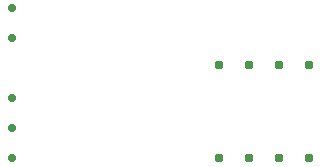
<source format=gbr>
%TF.GenerationSoftware,KiCad,Pcbnew,7.0.1*%
%TF.CreationDate,2024-12-17T12:13:01+02:00*%
%TF.ProjectId,preampV3,70726561-6d70-4563-932e-6b696361645f,rev?*%
%TF.SameCoordinates,Original*%
%TF.FileFunction,Plated,1,2,PTH,Mixed*%
%TF.FilePolarity,Positive*%
%FSLAX46Y46*%
G04 Gerber Fmt 4.6, Leading zero omitted, Abs format (unit mm)*
G04 Created by KiCad (PCBNEW 7.0.1) date 2024-12-17 12:13:01*
%MOMM*%
%LPD*%
G01*
G04 APERTURE LIST*
%TA.AperFunction,ComponentDrill*%
%ADD10C,0.700000*%
%TD*%
%TA.AperFunction,ComponentDrill*%
%ADD11C,0.780000*%
%TD*%
G04 aperture for slot hole*
%TA.AperFunction,ComponentDrill*%
%ADD12O,0.780000X0.780000*%
%TD*%
G04 APERTURE END LIST*
D10*
%TO.C,U1*%
X134620000Y-90170000D03*
X134620000Y-92710000D03*
X134620000Y-97790000D03*
X134620000Y-100330000D03*
X134620000Y-102870000D03*
D11*
%TO.C,U2*%
X152146000Y-94996000D03*
X152146000Y-102936000D03*
X154686000Y-94996000D03*
X154686000Y-102936000D03*
X157226000Y-94996000D03*
D12*
X157226000Y-102936000D03*
D11*
X159766000Y-94996000D03*
X159766000Y-102936000D03*
M02*

</source>
